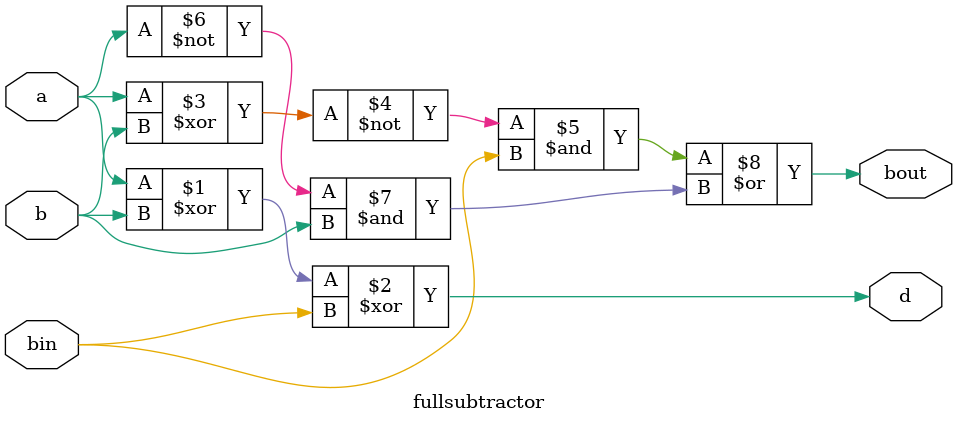
<source format=v>
`timescale 1ns / 1ps
module fullsubtractor(
    input a,b,bin,
    output d,bout
    );
assign d=a^b^bin;
assign bout=((~(a^b))&bin)|((~a)&b);
endmodule

</source>
